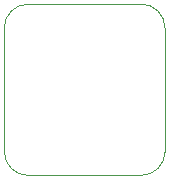
<source format=gm1>
%TF.GenerationSoftware,KiCad,Pcbnew,(5.1.6-0-10_14)*%
%TF.CreationDate,2020-12-19T22:37:24+01:00*%
%TF.ProjectId,ESCv2,45534376-322e-46b6-9963-61645f706362,v0.1*%
%TF.SameCoordinates,Original*%
%TF.FileFunction,Profile,NP*%
%FSLAX46Y46*%
G04 Gerber Fmt 4.6, Leading zero omitted, Abs format (unit mm)*
G04 Created by KiCad (PCBNEW (5.1.6-0-10_14)) date 2020-12-19 22:37:24*
%MOMM*%
%LPD*%
G01*
G04 APERTURE LIST*
%TA.AperFunction,Profile*%
%ADD10C,0.050000*%
%TD*%
G04 APERTURE END LIST*
D10*
X82500000Y-41500000D02*
G75*
G02*
X80500000Y-43500000I-2000000J0D01*
G01*
X70900000Y-43500000D02*
G75*
G02*
X68900000Y-41500000I0J2000000D01*
G01*
X80500000Y-29000000D02*
G75*
G02*
X82500000Y-31000000I0J-2000000D01*
G01*
X68900000Y-31000000D02*
G75*
G02*
X70900000Y-29000000I2000000J0D01*
G01*
X80500000Y-43500000D02*
X70900000Y-43500000D01*
X68900000Y-41500000D02*
X68900000Y-31000000D01*
X82500000Y-41500000D02*
X82500000Y-31000000D01*
X70900000Y-29000000D02*
X80500000Y-29000000D01*
M02*

</source>
